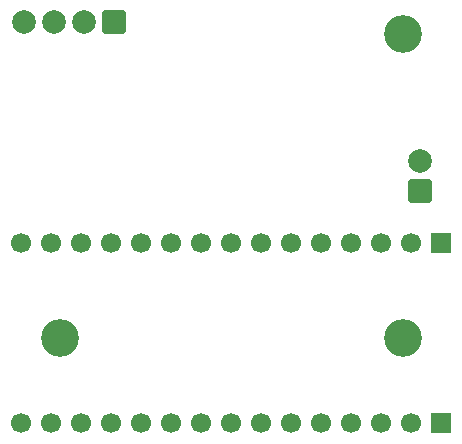
<source format=gbr>
%TF.GenerationSoftware,KiCad,Pcbnew,9.0.7-9.0.7~ubuntu24.04.1*%
%TF.CreationDate,2026-02-03T02:15:35+01:00*%
%TF.ProjectId,LaserDriver,4c617365-7244-4726-9976-65722e6b6963,rev?*%
%TF.SameCoordinates,Original*%
%TF.FileFunction,Soldermask,Bot*%
%TF.FilePolarity,Negative*%
%FSLAX46Y46*%
G04 Gerber Fmt 4.6, Leading zero omitted, Abs format (unit mm)*
G04 Created by KiCad (PCBNEW 9.0.7-9.0.7~ubuntu24.04.1) date 2026-02-03 02:15:35*
%MOMM*%
%LPD*%
G01*
G04 APERTURE LIST*
G04 Aperture macros list*
%AMRoundRect*
0 Rectangle with rounded corners*
0 $1 Rounding radius*
0 $2 $3 $4 $5 $6 $7 $8 $9 X,Y pos of 4 corners*
0 Add a 4 corners polygon primitive as box body*
4,1,4,$2,$3,$4,$5,$6,$7,$8,$9,$2,$3,0*
0 Add four circle primitives for the rounded corners*
1,1,$1+$1,$2,$3*
1,1,$1+$1,$4,$5*
1,1,$1+$1,$6,$7*
1,1,$1+$1,$8,$9*
0 Add four rect primitives between the rounded corners*
20,1,$1+$1,$2,$3,$4,$5,0*
20,1,$1+$1,$4,$5,$6,$7,0*
20,1,$1+$1,$6,$7,$8,$9,0*
20,1,$1+$1,$8,$9,$2,$3,0*%
G04 Aperture macros list end*
%ADD10C,3.200000*%
%ADD11RoundRect,0.250000X0.750000X0.750000X-0.750000X0.750000X-0.750000X-0.750000X0.750000X-0.750000X0*%
%ADD12C,2.000000*%
%ADD13R,1.700000X1.700000*%
%ADD14C,1.700000*%
%ADD15RoundRect,0.250000X0.750000X-0.750000X0.750000X0.750000X-0.750000X0.750000X-0.750000X-0.750000X0*%
G04 APERTURE END LIST*
D10*
%TO.C,H3*%
X64000000Y-128000000D03*
%TD*%
%TO.C,H1*%
X35000000Y-128000000D03*
%TD*%
D11*
%TO.C,J100*%
X39540000Y-101250000D03*
D12*
X37000000Y-101250000D03*
X34460000Y-101250000D03*
X31920000Y-101250000D03*
%TD*%
D10*
%TO.C,H2*%
X64000000Y-102250000D03*
%TD*%
D13*
%TO.C,J103*%
X67240000Y-135240000D03*
D14*
X64700000Y-135240000D03*
X62160000Y-135240000D03*
X59620000Y-135240000D03*
X57080000Y-135240000D03*
X54540000Y-135240000D03*
X52000000Y-135240000D03*
X49460000Y-135240000D03*
X46920000Y-135240000D03*
X44380000Y-135240000D03*
X41840000Y-135240000D03*
X39300000Y-135240000D03*
X36760000Y-135240000D03*
X34220000Y-135240000D03*
X31680000Y-135240000D03*
%TD*%
D15*
%TO.C,J101*%
X65467500Y-115525000D03*
D12*
X65467500Y-112985000D03*
%TD*%
D13*
%TO.C,J102*%
X67240000Y-120000000D03*
D14*
X64700000Y-120000000D03*
X62160000Y-120000000D03*
X59620000Y-120000000D03*
X57080000Y-120000000D03*
X54540000Y-120000000D03*
X52000000Y-120000000D03*
X49460000Y-120000000D03*
X46920000Y-120000000D03*
X44380000Y-120000000D03*
X41840000Y-120000000D03*
X39300000Y-120000000D03*
X36760000Y-120000000D03*
X34220000Y-120000000D03*
X31680000Y-120000000D03*
%TD*%
M02*

</source>
